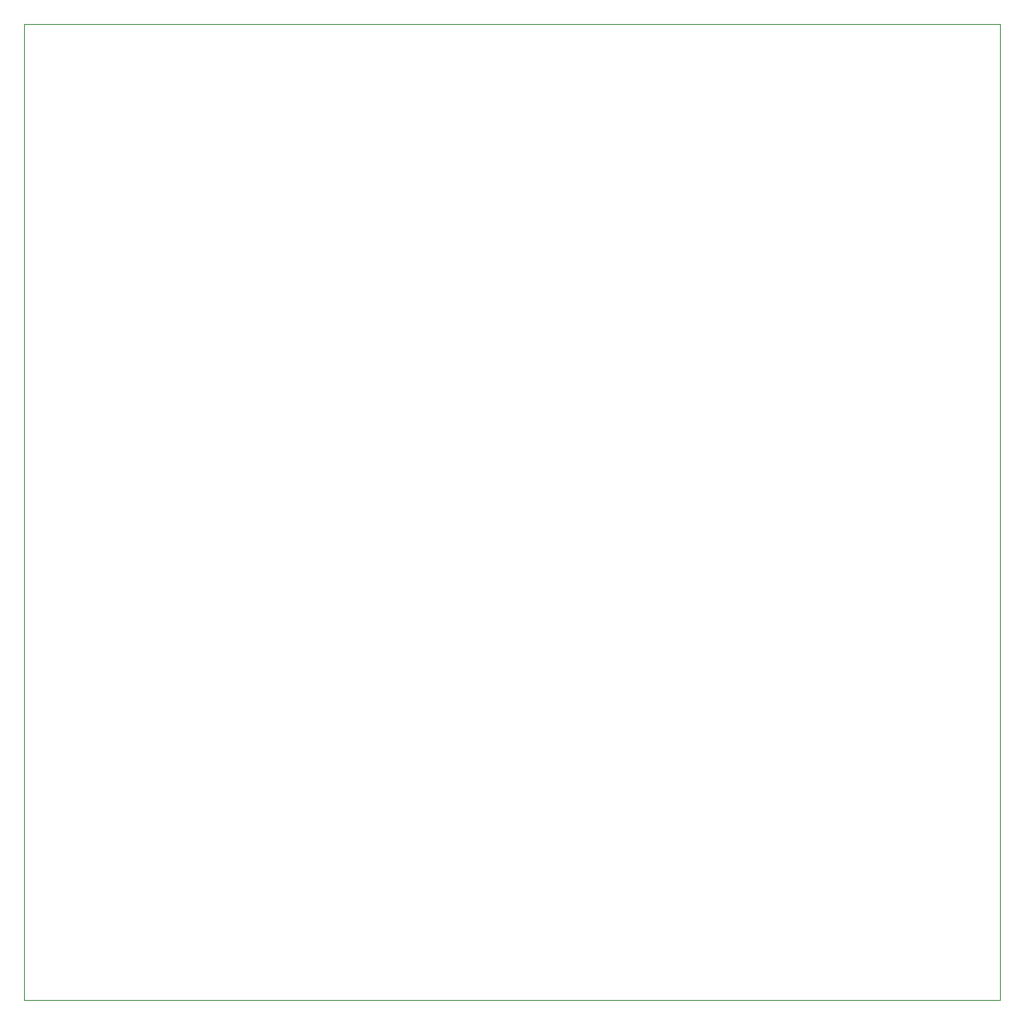
<source format=gko>
G04 EAGLE Gerber RS-274X export*
G75*
%MOMM*%
%FSLAX34Y34*%
%LPD*%
%INBoard Outline*%
%IPPOS*%
%AMOC8*
5,1,8,0,0,1.08239X$1,22.5*%
G01*
%ADD10C,0.000000*%


D10*
X0Y0D02*
X996950Y0D01*
X996950Y996950D01*
X0Y996950D01*
X0Y0D01*
M02*

</source>
